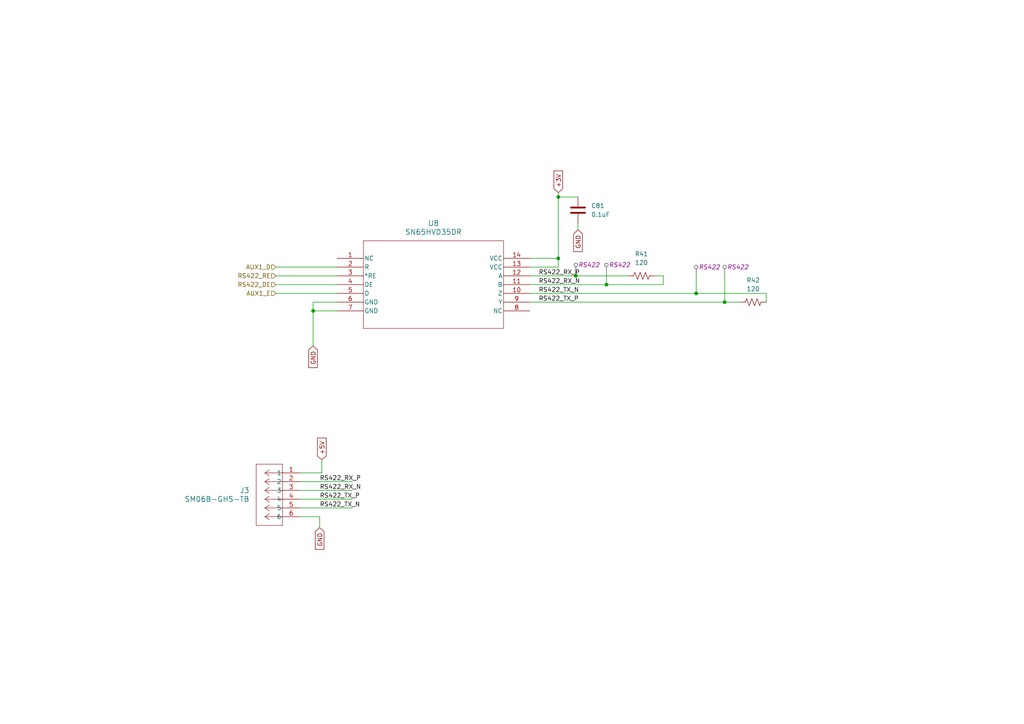
<source format=kicad_sch>
(kicad_sch
	(version 20231120)
	(generator "eeschema")
	(generator_version "8.0")
	(uuid "cdf2be94-c863-4d72-8f0b-57e0e4b084d8")
	(paper "A4")
	(lib_symbols
		(symbol "Device:C"
			(pin_numbers hide)
			(pin_names
				(offset 0.254)
			)
			(exclude_from_sim no)
			(in_bom yes)
			(on_board yes)
			(property "Reference" "C"
				(at 0.635 2.54 0)
				(effects
					(font
						(size 1.27 1.27)
					)
					(justify left)
				)
			)
			(property "Value" "C"
				(at 0.635 -2.54 0)
				(effects
					(font
						(size 1.27 1.27)
					)
					(justify left)
				)
			)
			(property "Footprint" ""
				(at 0.9652 -3.81 0)
				(effects
					(font
						(size 1.27 1.27)
					)
					(hide yes)
				)
			)
			(property "Datasheet" "~"
				(at 0 0 0)
				(effects
					(font
						(size 1.27 1.27)
					)
					(hide yes)
				)
			)
			(property "Description" "Unpolarized capacitor"
				(at 0 0 0)
				(effects
					(font
						(size 1.27 1.27)
					)
					(hide yes)
				)
			)
			(property "ki_keywords" "cap capacitor"
				(at 0 0 0)
				(effects
					(font
						(size 1.27 1.27)
					)
					(hide yes)
				)
			)
			(property "ki_fp_filters" "C_*"
				(at 0 0 0)
				(effects
					(font
						(size 1.27 1.27)
					)
					(hide yes)
				)
			)
			(symbol "C_0_1"
				(polyline
					(pts
						(xy -2.032 -0.762) (xy 2.032 -0.762)
					)
					(stroke
						(width 0.508)
						(type default)
					)
					(fill
						(type none)
					)
				)
				(polyline
					(pts
						(xy -2.032 0.762) (xy 2.032 0.762)
					)
					(stroke
						(width 0.508)
						(type default)
					)
					(fill
						(type none)
					)
				)
			)
			(symbol "C_1_1"
				(pin passive line
					(at 0 3.81 270)
					(length 2.794)
					(name "~"
						(effects
							(font
								(size 1.27 1.27)
							)
						)
					)
					(number "1"
						(effects
							(font
								(size 1.27 1.27)
							)
						)
					)
				)
				(pin passive line
					(at 0 -3.81 90)
					(length 2.794)
					(name "~"
						(effects
							(font
								(size 1.27 1.27)
							)
						)
					)
					(number "2"
						(effects
							(font
								(size 1.27 1.27)
							)
						)
					)
				)
			)
		)
		(symbol "Device:R_US"
			(pin_numbers hide)
			(pin_names
				(offset 0)
			)
			(exclude_from_sim no)
			(in_bom yes)
			(on_board yes)
			(property "Reference" "R"
				(at 2.54 0 90)
				(effects
					(font
						(size 1.27 1.27)
					)
				)
			)
			(property "Value" "R_US"
				(at -2.54 0 90)
				(effects
					(font
						(size 1.27 1.27)
					)
				)
			)
			(property "Footprint" ""
				(at 1.016 -0.254 90)
				(effects
					(font
						(size 1.27 1.27)
					)
					(hide yes)
				)
			)
			(property "Datasheet" "~"
				(at 0 0 0)
				(effects
					(font
						(size 1.27 1.27)
					)
					(hide yes)
				)
			)
			(property "Description" "Resistor, US symbol"
				(at 0 0 0)
				(effects
					(font
						(size 1.27 1.27)
					)
					(hide yes)
				)
			)
			(property "ki_keywords" "R res resistor"
				(at 0 0 0)
				(effects
					(font
						(size 1.27 1.27)
					)
					(hide yes)
				)
			)
			(property "ki_fp_filters" "R_*"
				(at 0 0 0)
				(effects
					(font
						(size 1.27 1.27)
					)
					(hide yes)
				)
			)
			(symbol "R_US_0_1"
				(polyline
					(pts
						(xy 0 -2.286) (xy 0 -2.54)
					)
					(stroke
						(width 0)
						(type default)
					)
					(fill
						(type none)
					)
				)
				(polyline
					(pts
						(xy 0 2.286) (xy 0 2.54)
					)
					(stroke
						(width 0)
						(type default)
					)
					(fill
						(type none)
					)
				)
				(polyline
					(pts
						(xy 0 -0.762) (xy 1.016 -1.143) (xy 0 -1.524) (xy -1.016 -1.905) (xy 0 -2.286)
					)
					(stroke
						(width 0)
						(type default)
					)
					(fill
						(type none)
					)
				)
				(polyline
					(pts
						(xy 0 0.762) (xy 1.016 0.381) (xy 0 0) (xy -1.016 -0.381) (xy 0 -0.762)
					)
					(stroke
						(width 0)
						(type default)
					)
					(fill
						(type none)
					)
				)
				(polyline
					(pts
						(xy 0 2.286) (xy 1.016 1.905) (xy 0 1.524) (xy -1.016 1.143) (xy 0 0.762)
					)
					(stroke
						(width 0)
						(type default)
					)
					(fill
						(type none)
					)
				)
			)
			(symbol "R_US_1_1"
				(pin passive line
					(at 0 3.81 270)
					(length 1.27)
					(name "~"
						(effects
							(font
								(size 1.27 1.27)
							)
						)
					)
					(number "1"
						(effects
							(font
								(size 1.27 1.27)
							)
						)
					)
				)
				(pin passive line
					(at 0 -3.81 90)
					(length 1.27)
					(name "~"
						(effects
							(font
								(size 1.27 1.27)
							)
						)
					)
					(number "2"
						(effects
							(font
								(size 1.27 1.27)
							)
						)
					)
				)
			)
		)
		(symbol "moteus:SM06B-GHS-TB"
			(pin_names
				(offset 0.254)
			)
			(exclude_from_sim no)
			(in_bom yes)
			(on_board yes)
			(property "Reference" "J"
				(at 8.89 6.35 0)
				(effects
					(font
						(size 1.524 1.524)
					)
				)
			)
			(property "Value" "SM06B-GHS-TB"
				(at 0 0 0)
				(effects
					(font
						(size 1.524 1.524)
					)
				)
			)
			(property "Footprint" "CONN_SM06B-GHS-TB_JST"
				(at 0 0 0)
				(effects
					(font
						(size 1.27 1.27)
						(italic yes)
					)
					(hide yes)
				)
			)
			(property "Datasheet" "SM06B-GHS-TB"
				(at 0 0 0)
				(effects
					(font
						(size 1.27 1.27)
						(italic yes)
					)
					(hide yes)
				)
			)
			(property "Description" ""
				(at 0 0 0)
				(effects
					(font
						(size 1.27 1.27)
					)
					(hide yes)
				)
			)
			(property "ki_locked" ""
				(at 0 0 0)
				(effects
					(font
						(size 1.27 1.27)
					)
				)
			)
			(property "ki_keywords" "SM06B-GHS-TB"
				(at 0 0 0)
				(effects
					(font
						(size 1.27 1.27)
					)
					(hide yes)
				)
			)
			(property "ki_fp_filters" "CONN_SM06B-GHS-TB_JST"
				(at 0 0 0)
				(effects
					(font
						(size 1.27 1.27)
					)
					(hide yes)
				)
			)
			(symbol "SM06B-GHS-TB_1_1"
				(polyline
					(pts
						(xy 5.08 -15.24) (xy 12.7 -15.24)
					)
					(stroke
						(width 0.127)
						(type default)
					)
					(fill
						(type none)
					)
				)
				(polyline
					(pts
						(xy 5.08 2.54) (xy 5.08 -15.24)
					)
					(stroke
						(width 0.127)
						(type default)
					)
					(fill
						(type none)
					)
				)
				(polyline
					(pts
						(xy 10.16 -12.7) (xy 5.08 -12.7)
					)
					(stroke
						(width 0.127)
						(type default)
					)
					(fill
						(type none)
					)
				)
				(polyline
					(pts
						(xy 10.16 -12.7) (xy 8.89 -13.5467)
					)
					(stroke
						(width 0.127)
						(type default)
					)
					(fill
						(type none)
					)
				)
				(polyline
					(pts
						(xy 10.16 -12.7) (xy 8.89 -11.8533)
					)
					(stroke
						(width 0.127)
						(type default)
					)
					(fill
						(type none)
					)
				)
				(polyline
					(pts
						(xy 10.16 -10.16) (xy 5.08 -10.16)
					)
					(stroke
						(width 0.127)
						(type default)
					)
					(fill
						(type none)
					)
				)
				(polyline
					(pts
						(xy 10.16 -10.16) (xy 8.89 -11.0067)
					)
					(stroke
						(width 0.127)
						(type default)
					)
					(fill
						(type none)
					)
				)
				(polyline
					(pts
						(xy 10.16 -10.16) (xy 8.89 -9.3133)
					)
					(stroke
						(width 0.127)
						(type default)
					)
					(fill
						(type none)
					)
				)
				(polyline
					(pts
						(xy 10.16 -7.62) (xy 5.08 -7.62)
					)
					(stroke
						(width 0.127)
						(type default)
					)
					(fill
						(type none)
					)
				)
				(polyline
					(pts
						(xy 10.16 -7.62) (xy 8.89 -8.4667)
					)
					(stroke
						(width 0.127)
						(type default)
					)
					(fill
						(type none)
					)
				)
				(polyline
					(pts
						(xy 10.16 -7.62) (xy 8.89 -6.7733)
					)
					(stroke
						(width 0.127)
						(type default)
					)
					(fill
						(type none)
					)
				)
				(polyline
					(pts
						(xy 10.16 -5.08) (xy 5.08 -5.08)
					)
					(stroke
						(width 0.127)
						(type default)
					)
					(fill
						(type none)
					)
				)
				(polyline
					(pts
						(xy 10.16 -5.08) (xy 8.89 -5.9267)
					)
					(stroke
						(width 0.127)
						(type default)
					)
					(fill
						(type none)
					)
				)
				(polyline
					(pts
						(xy 10.16 -5.08) (xy 8.89 -4.2333)
					)
					(stroke
						(width 0.127)
						(type default)
					)
					(fill
						(type none)
					)
				)
				(polyline
					(pts
						(xy 10.16 -2.54) (xy 5.08 -2.54)
					)
					(stroke
						(width 0.127)
						(type default)
					)
					(fill
						(type none)
					)
				)
				(polyline
					(pts
						(xy 10.16 -2.54) (xy 8.89 -3.3867)
					)
					(stroke
						(width 0.127)
						(type default)
					)
					(fill
						(type none)
					)
				)
				(polyline
					(pts
						(xy 10.16 -2.54) (xy 8.89 -1.6933)
					)
					(stroke
						(width 0.127)
						(type default)
					)
					(fill
						(type none)
					)
				)
				(polyline
					(pts
						(xy 10.16 0) (xy 5.08 0)
					)
					(stroke
						(width 0.127)
						(type default)
					)
					(fill
						(type none)
					)
				)
				(polyline
					(pts
						(xy 10.16 0) (xy 8.89 -0.8467)
					)
					(stroke
						(width 0.127)
						(type default)
					)
					(fill
						(type none)
					)
				)
				(polyline
					(pts
						(xy 10.16 0) (xy 8.89 0.8467)
					)
					(stroke
						(width 0.127)
						(type default)
					)
					(fill
						(type none)
					)
				)
				(polyline
					(pts
						(xy 12.7 -15.24) (xy 12.7 2.54)
					)
					(stroke
						(width 0.127)
						(type default)
					)
					(fill
						(type none)
					)
				)
				(polyline
					(pts
						(xy 12.7 2.54) (xy 5.08 2.54)
					)
					(stroke
						(width 0.127)
						(type default)
					)
					(fill
						(type none)
					)
				)
				(pin unspecified line
					(at 0 0 0)
					(length 5.08)
					(name "1"
						(effects
							(font
								(size 1.27 1.27)
							)
						)
					)
					(number "1"
						(effects
							(font
								(size 1.27 1.27)
							)
						)
					)
				)
				(pin unspecified line
					(at 0 -2.54 0)
					(length 5.08)
					(name "2"
						(effects
							(font
								(size 1.27 1.27)
							)
						)
					)
					(number "2"
						(effects
							(font
								(size 1.27 1.27)
							)
						)
					)
				)
				(pin unspecified line
					(at 0 -5.08 0)
					(length 5.08)
					(name "3"
						(effects
							(font
								(size 1.27 1.27)
							)
						)
					)
					(number "3"
						(effects
							(font
								(size 1.27 1.27)
							)
						)
					)
				)
				(pin unspecified line
					(at 0 -7.62 0)
					(length 5.08)
					(name "4"
						(effects
							(font
								(size 1.27 1.27)
							)
						)
					)
					(number "4"
						(effects
							(font
								(size 1.27 1.27)
							)
						)
					)
				)
				(pin unspecified line
					(at 0 -10.16 0)
					(length 5.08)
					(name "5"
						(effects
							(font
								(size 1.27 1.27)
							)
						)
					)
					(number "5"
						(effects
							(font
								(size 1.27 1.27)
							)
						)
					)
				)
				(pin unspecified line
					(at 0 -12.7 0)
					(length 5.08)
					(name "6"
						(effects
							(font
								(size 1.27 1.27)
							)
						)
					)
					(number "6"
						(effects
							(font
								(size 1.27 1.27)
							)
						)
					)
				)
			)
			(symbol "SM06B-GHS-TB_1_2"
				(polyline
					(pts
						(xy 5.08 -15.24) (xy 12.7 -15.24)
					)
					(stroke
						(width 0.127)
						(type default)
					)
					(fill
						(type none)
					)
				)
				(polyline
					(pts
						(xy 5.08 2.54) (xy 5.08 -15.24)
					)
					(stroke
						(width 0.127)
						(type default)
					)
					(fill
						(type none)
					)
				)
				(polyline
					(pts
						(xy 7.62 -12.7) (xy 5.08 -12.7)
					)
					(stroke
						(width 0.127)
						(type default)
					)
					(fill
						(type none)
					)
				)
				(polyline
					(pts
						(xy 7.62 -12.7) (xy 8.89 -13.5467)
					)
					(stroke
						(width 0.127)
						(type default)
					)
					(fill
						(type none)
					)
				)
				(polyline
					(pts
						(xy 7.62 -12.7) (xy 8.89 -11.8533)
					)
					(stroke
						(width 0.127)
						(type default)
					)
					(fill
						(type none)
					)
				)
				(polyline
					(pts
						(xy 7.62 -10.16) (xy 5.08 -10.16)
					)
					(stroke
						(width 0.127)
						(type default)
					)
					(fill
						(type none)
					)
				)
				(polyline
					(pts
						(xy 7.62 -10.16) (xy 8.89 -11.0067)
					)
					(stroke
						(width 0.127)
						(type default)
					)
					(fill
						(type none)
					)
				)
				(polyline
					(pts
						(xy 7.62 -10.16) (xy 8.89 -9.3133)
					)
					(stroke
						(width 0.127)
						(type default)
					)
					(fill
						(type none)
					)
				)
				(polyline
					(pts
						(xy 7.62 -7.62) (xy 5.08 -7.62)
					)
					(stroke
						(width 0.127)
						(type default)
					)
					(fill
						(type none)
					)
				)
				(polyline
					(pts
						(xy 7.62 -7.62) (xy 8.89 -8.4667)
					)
					(stroke
						(width 0.127)
						(type default)
					)
					(fill
						(type none)
					)
				)
				(polyline
					(pts
						(xy 7.62 -7.62) (xy 8.89 -6.7733)
					)
					(stroke
						(width 0.127)
						(type default)
					)
					(fill
						(type none)
					)
				)
				(polyline
					(pts
						(xy 7.62 -5.08) (xy 5.08 -5.08)
					)
					(stroke
						(width 0.127)
						(type default)
					)
					(fill
						(type none)
					)
				)
				(polyline
					(pts
						(xy 7.62 -5.08) (xy 8.89 -5.9267)
					)
					(stroke
						(width 0.127)
						(type default)
					)
					(fill
						(type none)
					)
				)
				(polyline
					(pts
						(xy 7.62 -5.08) (xy 8.89 -4.2333)
					)
					(stroke
						(width 0.127)
						(type default)
					)
					(fill
						(type none)
					)
				)
				(polyline
					(pts
						(xy 7.62 -2.54) (xy 5.08 -2.54)
					)
					(stroke
						(width 0.127)
						(type default)
					)
					(fill
						(type none)
					)
				)
				(polyline
					(pts
						(xy 7.62 -2.54) (xy 8.89 -3.3867)
					)
					(stroke
						(width 0.127)
						(type default)
					)
					(fill
						(type none)
					)
				)
				(polyline
					(pts
						(xy 7.62 -2.54) (xy 8.89 -1.6933)
					)
					(stroke
						(width 0.127)
						(type default)
					)
					(fill
						(type none)
					)
				)
				(polyline
					(pts
						(xy 7.62 0) (xy 5.08 0)
					)
					(stroke
						(width 0.127)
						(type default)
					)
					(fill
						(type none)
					)
				)
				(polyline
					(pts
						(xy 7.62 0) (xy 8.89 -0.8467)
					)
					(stroke
						(width 0.127)
						(type default)
					)
					(fill
						(type none)
					)
				)
				(polyline
					(pts
						(xy 7.62 0) (xy 8.89 0.8467)
					)
					(stroke
						(width 0.127)
						(type default)
					)
					(fill
						(type none)
					)
				)
				(polyline
					(pts
						(xy 12.7 -15.24) (xy 12.7 2.54)
					)
					(stroke
						(width 0.127)
						(type default)
					)
					(fill
						(type none)
					)
				)
				(polyline
					(pts
						(xy 12.7 2.54) (xy 5.08 2.54)
					)
					(stroke
						(width 0.127)
						(type default)
					)
					(fill
						(type none)
					)
				)
				(pin unspecified line
					(at 0 0 0)
					(length 5.08)
					(name "1"
						(effects
							(font
								(size 1.27 1.27)
							)
						)
					)
					(number "1"
						(effects
							(font
								(size 1.27 1.27)
							)
						)
					)
				)
				(pin unspecified line
					(at 0 -2.54 0)
					(length 5.08)
					(name "2"
						(effects
							(font
								(size 1.27 1.27)
							)
						)
					)
					(number "2"
						(effects
							(font
								(size 1.27 1.27)
							)
						)
					)
				)
				(pin unspecified line
					(at 0 -5.08 0)
					(length 5.08)
					(name "3"
						(effects
							(font
								(size 1.27 1.27)
							)
						)
					)
					(number "3"
						(effects
							(font
								(size 1.27 1.27)
							)
						)
					)
				)
				(pin unspecified line
					(at 0 -7.62 0)
					(length 5.08)
					(name "4"
						(effects
							(font
								(size 1.27 1.27)
							)
						)
					)
					(number "4"
						(effects
							(font
								(size 1.27 1.27)
							)
						)
					)
				)
				(pin unspecified line
					(at 0 -10.16 0)
					(length 5.08)
					(name "5"
						(effects
							(font
								(size 1.27 1.27)
							)
						)
					)
					(number "5"
						(effects
							(font
								(size 1.27 1.27)
							)
						)
					)
				)
				(pin unspecified line
					(at 0 -12.7 0)
					(length 5.08)
					(name "6"
						(effects
							(font
								(size 1.27 1.27)
							)
						)
					)
					(number "6"
						(effects
							(font
								(size 1.27 1.27)
							)
						)
					)
				)
			)
		)
		(symbol "moteus:SN65HVD35DR"
			(pin_names
				(offset 0.254)
			)
			(exclude_from_sim no)
			(in_bom yes)
			(on_board yes)
			(property "Reference" "U"
				(at 27.94 10.16 0)
				(effects
					(font
						(size 1.524 1.524)
					)
				)
			)
			(property "Value" "SN65HVD35DR"
				(at 27.94 7.62 0)
				(effects
					(font
						(size 1.524 1.524)
					)
				)
			)
			(property "Footprint" "D14"
				(at 0 0 0)
				(effects
					(font
						(size 1.27 1.27)
						(italic yes)
					)
					(hide yes)
				)
			)
			(property "Datasheet" "SN65HVD35DR"
				(at 0 0 0)
				(effects
					(font
						(size 1.27 1.27)
						(italic yes)
					)
					(hide yes)
				)
			)
			(property "Description" ""
				(at 0 0 0)
				(effects
					(font
						(size 1.27 1.27)
					)
					(hide yes)
				)
			)
			(property "ki_locked" ""
				(at 0 0 0)
				(effects
					(font
						(size 1.27 1.27)
					)
				)
			)
			(property "ki_keywords" "SN65HVD35DR"
				(at 0 0 0)
				(effects
					(font
						(size 1.27 1.27)
					)
					(hide yes)
				)
			)
			(property "ki_fp_filters" "D14 D14-M D14-L"
				(at 0 0 0)
				(effects
					(font
						(size 1.27 1.27)
					)
					(hide yes)
				)
			)
			(symbol "SN65HVD35DR_0_1"
				(polyline
					(pts
						(xy 7.62 -20.32) (xy 48.26 -20.32)
					)
					(stroke
						(width 0.127)
						(type default)
					)
					(fill
						(type none)
					)
				)
				(polyline
					(pts
						(xy 7.62 5.08) (xy 7.62 -20.32)
					)
					(stroke
						(width 0.127)
						(type default)
					)
					(fill
						(type none)
					)
				)
				(polyline
					(pts
						(xy 48.26 -20.32) (xy 48.26 5.08)
					)
					(stroke
						(width 0.127)
						(type default)
					)
					(fill
						(type none)
					)
				)
				(polyline
					(pts
						(xy 48.26 5.08) (xy 7.62 5.08)
					)
					(stroke
						(width 0.127)
						(type default)
					)
					(fill
						(type none)
					)
				)
				(pin unspecified line
					(at 0 0 0)
					(length 7.62)
					(name "NC"
						(effects
							(font
								(size 1.27 1.27)
							)
						)
					)
					(number "1"
						(effects
							(font
								(size 1.27 1.27)
							)
						)
					)
				)
				(pin output line
					(at 55.88 -10.16 180)
					(length 7.62)
					(name "Z"
						(effects
							(font
								(size 1.27 1.27)
							)
						)
					)
					(number "10"
						(effects
							(font
								(size 1.27 1.27)
							)
						)
					)
				)
				(pin output line
					(at 55.88 -7.62 180)
					(length 7.62)
					(name "B"
						(effects
							(font
								(size 1.27 1.27)
							)
						)
					)
					(number "11"
						(effects
							(font
								(size 1.27 1.27)
							)
						)
					)
				)
				(pin output line
					(at 55.88 -5.08 180)
					(length 7.62)
					(name "A"
						(effects
							(font
								(size 1.27 1.27)
							)
						)
					)
					(number "12"
						(effects
							(font
								(size 1.27 1.27)
							)
						)
					)
				)
				(pin power_in line
					(at 55.88 -2.54 180)
					(length 7.62)
					(name "VCC"
						(effects
							(font
								(size 1.27 1.27)
							)
						)
					)
					(number "13"
						(effects
							(font
								(size 1.27 1.27)
							)
						)
					)
				)
				(pin power_in line
					(at 55.88 0 180)
					(length 7.62)
					(name "VCC"
						(effects
							(font
								(size 1.27 1.27)
							)
						)
					)
					(number "14"
						(effects
							(font
								(size 1.27 1.27)
							)
						)
					)
				)
				(pin input line
					(at 0 -2.54 0)
					(length 7.62)
					(name "R"
						(effects
							(font
								(size 1.27 1.27)
							)
						)
					)
					(number "2"
						(effects
							(font
								(size 1.27 1.27)
							)
						)
					)
				)
				(pin input line
					(at 0 -5.08 0)
					(length 7.62)
					(name "*RE"
						(effects
							(font
								(size 1.27 1.27)
							)
						)
					)
					(number "3"
						(effects
							(font
								(size 1.27 1.27)
							)
						)
					)
				)
				(pin input line
					(at 0 -7.62 0)
					(length 7.62)
					(name "DE"
						(effects
							(font
								(size 1.27 1.27)
							)
						)
					)
					(number "4"
						(effects
							(font
								(size 1.27 1.27)
							)
						)
					)
				)
				(pin input line
					(at 0 -10.16 0)
					(length 7.62)
					(name "D"
						(effects
							(font
								(size 1.27 1.27)
							)
						)
					)
					(number "5"
						(effects
							(font
								(size 1.27 1.27)
							)
						)
					)
				)
				(pin power_in line
					(at 0 -12.7 0)
					(length 7.62)
					(name "GND"
						(effects
							(font
								(size 1.27 1.27)
							)
						)
					)
					(number "6"
						(effects
							(font
								(size 1.27 1.27)
							)
						)
					)
				)
				(pin power_in line
					(at 0 -15.24 0)
					(length 7.62)
					(name "GND"
						(effects
							(font
								(size 1.27 1.27)
							)
						)
					)
					(number "7"
						(effects
							(font
								(size 1.27 1.27)
							)
						)
					)
				)
				(pin unspecified line
					(at 55.88 -15.24 180)
					(length 7.62)
					(name "NC"
						(effects
							(font
								(size 1.27 1.27)
							)
						)
					)
					(number "8"
						(effects
							(font
								(size 1.27 1.27)
							)
						)
					)
				)
				(pin output line
					(at 55.88 -12.7 180)
					(length 7.62)
					(name "Y"
						(effects
							(font
								(size 1.27 1.27)
							)
						)
					)
					(number "9"
						(effects
							(font
								(size 1.27 1.27)
							)
						)
					)
				)
			)
		)
	)
	(junction
		(at 210.185 87.63)
		(diameter 0)
		(color 0 0 0 0)
		(uuid "1b916dbf-6fb7-43f7-a243-87c3a05472ad")
	)
	(junction
		(at 201.93 85.09)
		(diameter 0)
		(color 0 0 0 0)
		(uuid "4617a244-04fd-4ee3-ad8d-3618a23e07ca")
	)
	(junction
		(at 161.925 57.15)
		(diameter 0)
		(color 0 0 0 0)
		(uuid "6edc52e6-aa69-458b-af75-aa243d668c62")
	)
	(junction
		(at 175.895 82.55)
		(diameter 0)
		(color 0 0 0 0)
		(uuid "82207764-5fc9-4b5c-b9b6-6b0c74e60a17")
	)
	(junction
		(at 167.005 80.01)
		(diameter 0)
		(color 0 0 0 0)
		(uuid "889ac6dd-26b2-449e-839a-4e2687d502a6")
	)
	(junction
		(at 90.805 90.17)
		(diameter 0)
		(color 0 0 0 0)
		(uuid "a3947396-e274-4f48-8e9c-e44036f37a11")
	)
	(junction
		(at 161.925 74.93)
		(diameter 0)
		(color 0 0 0 0)
		(uuid "b964c168-4248-4a25-87cc-170c0dcd5349")
	)
	(wire
		(pts
			(xy 175.895 79.375) (xy 175.895 82.55)
		)
		(stroke
			(width 0)
			(type default)
		)
		(uuid "10517133-7d63-4b32-9854-c6af42422d86")
	)
	(wire
		(pts
			(xy 90.805 90.17) (xy 90.805 100.33)
		)
		(stroke
			(width 0)
			(type default)
		)
		(uuid "128995e1-5218-470d-afb8-03775b38f837")
	)
	(wire
		(pts
			(xy 86.995 142.24) (xy 102.235 142.24)
		)
		(stroke
			(width 0)
			(type default)
		)
		(uuid "13b4508f-a57b-450f-b59b-1cd4526b2625")
	)
	(wire
		(pts
			(xy 210.185 87.63) (xy 214.63 87.63)
		)
		(stroke
			(width 0)
			(type default)
		)
		(uuid "152d079e-6637-4c88-b048-e83590d56cf5")
	)
	(wire
		(pts
			(xy 222.25 87.63) (xy 222.25 85.09)
		)
		(stroke
			(width 0)
			(type default)
		)
		(uuid "16e2eff3-f5e6-433c-bf64-dfd377829ff4")
	)
	(wire
		(pts
			(xy 201.93 80.01) (xy 201.93 85.09)
		)
		(stroke
			(width 0)
			(type default)
		)
		(uuid "1cc8b2ad-8d19-4531-866f-5015bb3b27b8")
	)
	(wire
		(pts
			(xy 161.925 57.15) (xy 167.64 57.15)
		)
		(stroke
			(width 0)
			(type default)
		)
		(uuid "28ac418c-76a8-452a-ae06-9e9bd1ecbb54")
	)
	(wire
		(pts
			(xy 222.25 85.09) (xy 201.93 85.09)
		)
		(stroke
			(width 0)
			(type default)
		)
		(uuid "4f80b485-86bb-4ccd-9104-28c42743d72f")
	)
	(wire
		(pts
			(xy 153.67 74.93) (xy 161.925 74.93)
		)
		(stroke
			(width 0)
			(type default)
		)
		(uuid "5ea9751d-58ac-40b6-ae36-65a6d0849e5f")
	)
	(wire
		(pts
			(xy 192.405 80.01) (xy 192.405 82.55)
		)
		(stroke
			(width 0)
			(type default)
		)
		(uuid "61411221-4772-402d-be2c-7a5dd803495a")
	)
	(wire
		(pts
			(xy 92.71 149.86) (xy 92.71 153.035)
		)
		(stroke
			(width 0)
			(type default)
		)
		(uuid "6542fa39-42ac-4826-9d9e-982d91ffe3f2")
	)
	(wire
		(pts
			(xy 167.64 64.77) (xy 167.64 66.675)
		)
		(stroke
			(width 0)
			(type default)
		)
		(uuid "670b3d27-eba8-44b2-88fb-0a627ca706a7")
	)
	(wire
		(pts
			(xy 167.005 79.375) (xy 167.005 80.01)
		)
		(stroke
			(width 0)
			(type default)
		)
		(uuid "6adb0ffc-4167-4855-b9df-08248d5d8dcf")
	)
	(wire
		(pts
			(xy 93.345 137.16) (xy 93.345 133.35)
		)
		(stroke
			(width 0)
			(type default)
		)
		(uuid "708d1a65-8258-4202-87d6-b35a392aac2e")
	)
	(wire
		(pts
			(xy 97.79 90.17) (xy 90.805 90.17)
		)
		(stroke
			(width 0)
			(type default)
		)
		(uuid "7e31011d-0100-46f7-8ab3-fcc9705e048e")
	)
	(wire
		(pts
			(xy 97.79 87.63) (xy 90.805 87.63)
		)
		(stroke
			(width 0)
			(type default)
		)
		(uuid "7f1ecd02-5dac-44fe-976c-c8bce289a1ec")
	)
	(wire
		(pts
			(xy 161.925 74.93) (xy 161.925 57.15)
		)
		(stroke
			(width 0)
			(type default)
		)
		(uuid "830759a6-5556-41db-a0db-ab15ec657b5e")
	)
	(wire
		(pts
			(xy 153.67 80.01) (xy 167.005 80.01)
		)
		(stroke
			(width 0)
			(type default)
		)
		(uuid "84d5b801-d899-40ca-be8a-bf933444b666")
	)
	(wire
		(pts
			(xy 86.995 139.7) (xy 102.235 139.7)
		)
		(stroke
			(width 0)
			(type default)
		)
		(uuid "85cc5bf1-e3be-487b-903d-f718f9785a1e")
	)
	(wire
		(pts
			(xy 86.995 144.78) (xy 102.235 144.78)
		)
		(stroke
			(width 0)
			(type default)
		)
		(uuid "86335c9d-06f7-4870-8efa-ec220b6b6b95")
	)
	(wire
		(pts
			(xy 175.895 82.55) (xy 153.67 82.55)
		)
		(stroke
			(width 0)
			(type default)
		)
		(uuid "8e69d42e-28f0-4d15-8a60-efa08bff824e")
	)
	(wire
		(pts
			(xy 80.01 85.09) (xy 97.79 85.09)
		)
		(stroke
			(width 0)
			(type default)
		)
		(uuid "9644bea6-91ee-4ef0-b1f5-0ac3c86acf1b")
	)
	(wire
		(pts
			(xy 153.67 85.09) (xy 201.93 85.09)
		)
		(stroke
			(width 0)
			(type default)
		)
		(uuid "974d6f81-b676-4075-bca2-ee9a0d7e1fa9")
	)
	(wire
		(pts
			(xy 161.925 57.15) (xy 161.925 55.88)
		)
		(stroke
			(width 0)
			(type default)
		)
		(uuid "991a8e0d-0542-4fb8-b2c7-acbb8bc8b817")
	)
	(wire
		(pts
			(xy 80.01 82.55) (xy 97.79 82.55)
		)
		(stroke
			(width 0)
			(type default)
		)
		(uuid "994b8ced-5daf-4cf7-afbf-24e6d4455c7b")
	)
	(wire
		(pts
			(xy 175.895 82.55) (xy 192.405 82.55)
		)
		(stroke
			(width 0)
			(type default)
		)
		(uuid "9aa5b62b-54cd-460e-8f8e-17513e85b7bf")
	)
	(wire
		(pts
			(xy 80.01 80.01) (xy 97.79 80.01)
		)
		(stroke
			(width 0)
			(type default)
		)
		(uuid "9d625aae-a253-40e4-84b1-6698abd79996")
	)
	(wire
		(pts
			(xy 153.67 77.47) (xy 161.925 77.47)
		)
		(stroke
			(width 0)
			(type default)
		)
		(uuid "a4149161-b926-45ab-8938-b54c374e8719")
	)
	(wire
		(pts
			(xy 86.995 149.86) (xy 92.71 149.86)
		)
		(stroke
			(width 0)
			(type default)
		)
		(uuid "a9679661-96e4-417f-a30a-d1c44a448ef0")
	)
	(wire
		(pts
			(xy 86.995 137.16) (xy 93.345 137.16)
		)
		(stroke
			(width 0)
			(type default)
		)
		(uuid "b313c6d0-faad-4b16-a806-322cdc6772cd")
	)
	(wire
		(pts
			(xy 167.005 80.01) (xy 182.245 80.01)
		)
		(stroke
			(width 0)
			(type default)
		)
		(uuid "b41983a5-eb17-4a80-8b6f-e5ac77537a98")
	)
	(wire
		(pts
			(xy 90.805 87.63) (xy 90.805 90.17)
		)
		(stroke
			(width 0)
			(type default)
		)
		(uuid "b827f5cc-4aa6-4d2f-80b0-efb7087fa360")
	)
	(wire
		(pts
			(xy 86.995 147.32) (xy 102.235 147.32)
		)
		(stroke
			(width 0)
			(type default)
		)
		(uuid "c04409fa-bba9-4a11-9ef3-f3e03a353a26")
	)
	(wire
		(pts
			(xy 161.925 77.47) (xy 161.925 74.93)
		)
		(stroke
			(width 0)
			(type default)
		)
		(uuid "c930143f-6c42-49f9-8fd4-2eb457f09c5e")
	)
	(wire
		(pts
			(xy 189.865 80.01) (xy 192.405 80.01)
		)
		(stroke
			(width 0)
			(type default)
		)
		(uuid "ca56c3aa-e074-4ae3-abf7-9e05e4b1ca1e")
	)
	(wire
		(pts
			(xy 153.67 87.63) (xy 210.185 87.63)
		)
		(stroke
			(width 0)
			(type default)
		)
		(uuid "ce9a1de0-c9bb-4136-9933-1776e269118e")
	)
	(wire
		(pts
			(xy 80.01 77.47) (xy 97.79 77.47)
		)
		(stroke
			(width 0)
			(type default)
		)
		(uuid "e95b568a-b87c-4746-b7e9-080812e923b7")
	)
	(wire
		(pts
			(xy 210.185 80.01) (xy 210.185 87.63)
		)
		(stroke
			(width 0)
			(type default)
		)
		(uuid "f6aff002-26db-4792-a1e4-a31bba0d5465")
	)
	(label "RS422_RX_N"
		(at 156.21 82.55 0)
		(fields_autoplaced yes)
		(effects
			(font
				(size 1.27 1.27)
			)
			(justify left bottom)
		)
		(uuid "00152508-01a9-4671-8ce9-350a0822b403")
	)
	(label "RS422_TX_P"
		(at 156.21 87.63 0)
		(fields_autoplaced yes)
		(effects
			(font
				(size 1.27 1.27)
			)
			(justify left bottom)
		)
		(uuid "41dd22be-f473-4b97-a021-7e8e42c7321e")
	)
	(label "RS422_TX_P"
		(at 92.71 144.78 0)
		(fields_autoplaced yes)
		(effects
			(font
				(size 1.27 1.27)
			)
			(justify left bottom)
		)
		(uuid "5c02491d-6b4b-4c45-9e26-f2abc28b7fcc")
	)
	(label "RS422_RX_P"
		(at 156.21 80.01 0)
		(fields_autoplaced yes)
		(effects
			(font
				(size 1.27 1.27)
			)
			(justify left bottom)
		)
		(uuid "c9b578d0-66b7-47fa-a511-4a6a1bf507f6")
	)
	(label "RS422_TX_N"
		(at 92.71 147.32 0)
		(fields_autoplaced yes)
		(effects
			(font
				(size 1.27 1.27)
			)
			(justify left bottom)
		)
		(uuid "cc706cd4-114b-45a4-b36a-4651574c525c")
	)
	(label "RS422_RX_N"
		(at 92.71 142.24 0)
		(fields_autoplaced yes)
		(effects
			(font
				(size 1.27 1.27)
			)
			(justify left bottom)
		)
		(uuid "cc92f828-3373-44bf-ab9a-0b13909dceed")
	)
	(label "RS422_RX_P"
		(at 92.71 139.7 0)
		(fields_autoplaced yes)
		(effects
			(font
				(size 1.27 1.27)
			)
			(justify left bottom)
		)
		(uuid "d3744dd4-62cd-4e6a-8571-61c3e5ca137a")
	)
	(label "RS422_TX_N"
		(at 156.21 85.09 0)
		(fields_autoplaced yes)
		(effects
			(font
				(size 1.27 1.27)
			)
			(justify left bottom)
		)
		(uuid "f96187f9-5c76-481b-ad1b-6bd71cc8adf8")
	)
	(global_label "+5V"
		(shape input)
		(at 93.345 133.35 90)
		(fields_autoplaced yes)
		(effects
			(font
				(size 1.27 1.27)
			)
			(justify left)
		)
		(uuid "b97e1c4f-5606-4172-b83f-edb8e6f8a6c3")
		(property "Intersheetrefs" "${INTERSHEET_REFS}"
			(at 93.345 126.4943 90)
			(effects
				(font
					(size 1.27 1.27)
				)
				(justify left)
				(hide yes)
			)
		)
	)
	(global_label "+3V"
		(shape input)
		(at 161.925 55.88 90)
		(fields_autoplaced yes)
		(effects
			(font
				(size 1.27 1.27)
			)
			(justify left)
		)
		(uuid "cc9f9000-2fbe-46d5-99a8-22ddb86ffa5a")
		(property "Intersheetrefs" "${INTERSHEET_REFS}"
			(at 161.925 49.0243 90)
			(effects
				(font
					(size 1.27 1.27)
				)
				(justify left)
				(hide yes)
			)
		)
	)
	(global_label "GND"
		(shape input)
		(at 167.64 66.675 270)
		(fields_autoplaced yes)
		(effects
			(font
				(size 1.27 1.27)
			)
			(justify right)
		)
		(uuid "d4ea4569-d096-41a3-a98f-7dffcfc53113")
		(property "Intersheetrefs" "${INTERSHEET_REFS}"
			(at 167.64 73.5307 90)
			(effects
				(font
					(size 1.27 1.27)
				)
				(justify right)
				(hide yes)
			)
		)
	)
	(global_label "GND"
		(shape input)
		(at 90.805 100.33 270)
		(fields_autoplaced yes)
		(effects
			(font
				(size 1.27 1.27)
			)
			(justify right)
		)
		(uuid "e2150e47-eafa-400c-8424-d81deb78e1c9")
		(property "Intersheetrefs" "${INTERSHEET_REFS}"
			(at 90.805 107.1857 90)
			(effects
				(font
					(size 1.27 1.27)
				)
				(justify right)
				(hide yes)
			)
		)
	)
	(global_label "GND"
		(shape input)
		(at 92.71 153.035 270)
		(fields_autoplaced yes)
		(effects
			(font
				(size 1.27 1.27)
			)
			(justify right)
		)
		(uuid "eaa1d26a-2e65-414e-a597-e5baa8e042a3")
		(property "Intersheetrefs" "${INTERSHEET_REFS}"
			(at 92.71 159.8907 90)
			(effects
				(font
					(size 1.27 1.27)
				)
				(justify right)
				(hide yes)
			)
		)
	)
	(hierarchical_label "RS422_DE"
		(shape input)
		(at 80.01 82.55 180)
		(fields_autoplaced yes)
		(effects
			(font
				(size 1.27 1.27)
			)
			(justify right)
		)
		(uuid "8716bfc3-e67e-4026-9d67-e15fb5aa9cbe")
	)
	(hierarchical_label "AUX1_E"
		(shape input)
		(at 80.01 85.09 180)
		(fields_autoplaced yes)
		(effects
			(font
				(size 1.27 1.27)
			)
			(justify right)
		)
		(uuid "8a66c5b7-b875-4890-8af2-14fdf7e38c3a")
	)
	(hierarchical_label "RS422_RE"
		(shape input)
		(at 80.01 80.01 180)
		(fields_autoplaced yes)
		(effects
			(font
				(size 1.27 1.27)
			)
			(justify right)
		)
		(uuid "c336026e-f2c0-4fd3-a49e-301cb2f5768a")
	)
	(hierarchical_label "AUX1_D"
		(shape input)
		(at 80.01 77.47 180)
		(fields_autoplaced yes)
		(effects
			(font
				(size 1.27 1.27)
			)
			(justify right)
		)
		(uuid "fe07cbbf-c8ed-42a7-a614-49d608be239a")
	)
	(netclass_flag ""
		(length 2.54)
		(shape round)
		(at 175.895 79.375 0)
		(fields_autoplaced yes)
		(effects
			(font
				(size 1.27 1.27)
			)
			(justify left bottom)
		)
		(uuid "2612aba2-bab0-480c-8d7c-be68ebd212fa")
		(property "Netclass" "RS422"
			(at 176.5935 76.835 0)
			(effects
				(font
					(size 1.27 1.27)
					(italic yes)
				)
				(justify left)
			)
		)
	)
	(netclass_flag ""
		(length 2.54)
		(shape round)
		(at 167.005 79.375 0)
		(fields_autoplaced yes)
		(effects
			(font
				(size 1.27 1.27)
			)
			(justify left bottom)
		)
		(uuid "36ba2101-4c8d-4461-90ad-134bd3f4aab9")
		(property "Netclass" "RS422"
			(at 167.7035 76.835 0)
			(effects
				(font
					(size 1.27 1.27)
					(italic yes)
				)
				(justify left)
			)
		)
	)
	(netclass_flag ""
		(length 2.54)
		(shape round)
		(at 210.185 80.01 0)
		(fields_autoplaced yes)
		(effects
			(font
				(size 1.27 1.27)
			)
			(justify left bottom)
		)
		(uuid "a6945d8a-fe2f-45d0-9245-cc885f034bb9")
		(property "Netclass" "RS422"
			(at 210.8835 77.47 0)
			(effects
				(font
					(size 1.27 1.27)
					(italic yes)
				)
				(justify left)
			)
		)
	)
	(netclass_flag ""
		(length 2.54)
		(shape round)
		(at 201.93 80.01 0)
		(fields_autoplaced yes)
		(effects
			(font
				(size 1.27 1.27)
			)
			(justify left bottom)
		)
		(uuid "e4df94a6-1507-4f9c-80d2-5cf94cdb95ee")
		(property "Netclass" "RS422"
			(at 202.6285 77.47 0)
			(effects
				(font
					(size 1.27 1.27)
					(italic yes)
				)
				(justify left)
			)
		)
	)
	(symbol
		(lib_id "moteus:SN65HVD35DR")
		(at 97.79 74.93 0)
		(unit 1)
		(exclude_from_sim no)
		(in_bom yes)
		(on_board yes)
		(dnp no)
		(fields_autoplaced yes)
		(uuid "59b65381-83a5-4369-95fc-91877cb92251")
		(property "Reference" "U8"
			(at 125.73 64.77 0)
			(effects
				(font
					(size 1.524 1.524)
				)
			)
		)
		(property "Value" "SN65HVD35DR"
			(at 125.73 67.31 0)
			(effects
				(font
					(size 1.524 1.524)
				)
			)
		)
		(property "Footprint" "moteus:D14"
			(at 97.79 74.93 0)
			(effects
				(font
					(size 1.27 1.27)
					(italic yes)
				)
				(hide yes)
			)
		)
		(property "Datasheet" "SN65HVD35DR"
			(at 97.79 74.93 0)
			(effects
				(font
					(size 1.27 1.27)
					(italic yes)
				)
				(hide yes)
			)
		)
		(property "Description" ""
			(at 97.79 74.93 0)
			(effects
				(font
					(size 1.27 1.27)
				)
				(hide yes)
			)
		)
		(property "MPN" "SN65HVD35DR"
			(at 97.79 74.93 0)
			(effects
				(font
					(size 1.27 1.27)
				)
				(hide yes)
			)
		)
		(property "MF" "TI"
			(at 97.79 74.93 0)
			(effects
				(font
					(size 1.27 1.27)
				)
				(hide yes)
			)
		)
		(property "POPULATE" "1"
			(at 97.79 74.93 0)
			(effects
				(font
					(size 1.27 1.27)
				)
				(hide yes)
			)
		)
		(pin "6"
			(uuid "41a39fda-5f01-4090-89f1-0ca6e013908d")
		)
		(pin "9"
			(uuid "58b6b7ac-3e20-4de5-9913-39ea06c62e42")
		)
		(pin "7"
			(uuid "5d008e1b-0aec-4177-ad7d-c2df983dab07")
		)
		(pin "12"
			(uuid "ce1adeb2-6cef-4fbb-a7c7-75cd77535f52")
		)
		(pin "4"
			(uuid "c81aa176-a9c4-406c-857a-981575529776")
		)
		(pin "5"
			(uuid "2a934096-cf70-481f-a07e-0f237ef3f725")
		)
		(pin "10"
			(uuid "3ee9be4a-51c8-4e0b-9f44-5802a7027b85")
		)
		(pin "3"
			(uuid "c39e9bcf-cc82-433b-9c69-38b86323e048")
		)
		(pin "11"
			(uuid "5f1251d5-7446-409b-9a8c-c34d331dbeb0")
		)
		(pin "1"
			(uuid "49a77796-0233-4032-92f9-00dc2a122b11")
		)
		(pin "13"
			(uuid "b0c253b8-904c-4002-9a04-6e2d82fa589c")
		)
		(pin "14"
			(uuid "c83c8e91-7213-4ff1-afce-74dfa02a46dc")
		)
		(pin "2"
			(uuid "0a5ec99a-00ee-4b84-bce0-d8b06574fd57")
		)
		(pin "8"
			(uuid "645fc0d9-1016-4b61-a1f0-ac3e8c1669b0")
		)
		(instances
			(project "moteus_x1"
				(path "/bd70986b-b0dc-4add-82aa-78459b97d0c4/8edbb808-061d-4e21-8743-462f7ee65158"
					(reference "U8")
					(unit 1)
				)
			)
		)
	)
	(symbol
		(lib_id "Device:R_US")
		(at 218.44 87.63 90)
		(unit 1)
		(exclude_from_sim no)
		(in_bom yes)
		(on_board yes)
		(dnp no)
		(fields_autoplaced yes)
		(uuid "770482bc-6cb1-446f-be6e-54cbc6e89fe4")
		(property "Reference" "R42"
			(at 218.44 81.28 90)
			(effects
				(font
					(size 1.27 1.27)
				)
			)
		)
		(property "Value" "120"
			(at 218.44 83.82 90)
			(effects
				(font
					(size 1.27 1.27)
				)
			)
		)
		(property "Footprint" "Resistor_SMD:R_0402_1005Metric"
			(at 218.694 86.614 90)
			(effects
				(font
					(size 1.27 1.27)
				)
				(hide yes)
			)
		)
		(property "Datasheet" "~"
			(at 218.44 87.63 0)
			(effects
				(font
					(size 1.27 1.27)
				)
				(hide yes)
			)
		)
		(property "Description" ""
			(at 218.44 87.63 0)
			(effects
				(font
					(size 1.27 1.27)
				)
				(hide yes)
			)
		)
		(property "MPN" "RC0402FR-07120RL"
			(at 218.44 87.63 90)
			(effects
				(font
					(size 1.27 1.27)
				)
				(hide yes)
			)
		)
		(property "POPULATE" "1"
			(at 218.44 87.63 90)
			(effects
				(font
					(size 1.27 1.27)
				)
				(hide yes)
			)
		)
		(property "MF" "YAGEO"
			(at 218.44 87.63 90)
			(effects
				(font
					(size 1.27 1.27)
				)
				(hide yes)
			)
		)
		(pin "1"
			(uuid "2a56f73f-8c1b-4ae3-9008-bfec7dbd966d")
		)
		(pin "2"
			(uuid "8cc3ecd7-dba5-4e01-b960-f95b06adaae7")
		)
		(instances
			(project "moteus_x1"
				(path "/bd70986b-b0dc-4add-82aa-78459b97d0c4/8edbb808-061d-4e21-8743-462f7ee65158"
					(reference "R42")
					(unit 1)
				)
			)
		)
	)
	(symbol
		(lib_id "Device:C")
		(at 167.64 60.96 0)
		(unit 1)
		(exclude_from_sim no)
		(in_bom yes)
		(on_board yes)
		(dnp no)
		(fields_autoplaced yes)
		(uuid "93ef3dc6-cb0d-4173-a8d5-2f2feff0e342")
		(property "Reference" "C81"
			(at 171.45 59.69 0)
			(effects
				(font
					(size 1.27 1.27)
				)
				(justify left)
			)
		)
		(property "Value" "0.1uF"
			(at 171.45 62.23 0)
			(effects
				(font
					(size 1.27 1.27)
				)
				(justify left)
			)
		)
		(property "Footprint" "Capacitor_SMD:C_0402_1005Metric"
			(at 168.6052 64.77 0)
			(effects
				(font
					(size 1.27 1.27)
				)
				(hide yes)
			)
		)
		(property "Datasheet" "~"
			(at 167.64 60.96 0)
			(effects
				(font
					(size 1.27 1.27)
				)
				(hide yes)
			)
		)
		(property "Description" ""
			(at 167.64 60.96 0)
			(effects
				(font
					(size 1.27 1.27)
				)
				(hide yes)
			)
		)
		(property "MPN" "MF-CAP-0402-0.1uF"
			(at 167.64 60.96 0)
			(effects
				(font
					(size 1.27 1.27)
				)
				(hide yes)
			)
		)
		(property "POPULATE" "1"
			(at 167.64 60.96 0)
			(effects
				(font
					(size 1.27 1.27)
				)
				(hide yes)
			)
		)
		(pin "1"
			(uuid "2dfe8add-1646-4f7a-81d3-c20e02f78c46")
		)
		(pin "2"
			(uuid "49ee365b-2e58-4a69-b55a-a9d7ae040fef")
		)
		(instances
			(project "moteus_x1"
				(path "/bd70986b-b0dc-4add-82aa-78459b97d0c4/8edbb808-061d-4e21-8743-462f7ee65158"
					(reference "C81")
					(unit 1)
				)
			)
		)
	)
	(symbol
		(lib_id "Device:R_US")
		(at 186.055 80.01 90)
		(unit 1)
		(exclude_from_sim no)
		(in_bom yes)
		(on_board yes)
		(dnp no)
		(uuid "f2a59ea5-1dbc-4ccf-be57-872f3092a237")
		(property "Reference" "R41"
			(at 186.055 73.66 90)
			(effects
				(font
					(size 1.27 1.27)
				)
			)
		)
		(property "Value" "120"
			(at 186.055 76.2 90)
			(effects
				(font
					(size 1.27 1.27)
				)
			)
		)
		(property "Footprint" "Resistor_SMD:R_0402_1005Metric"
			(at 186.309 78.994 90)
			(effects
				(font
					(size 1.27 1.27)
				)
				(hide yes)
			)
		)
		(property "Datasheet" "~"
			(at 186.055 80.01 0)
			(effects
				(font
					(size 1.27 1.27)
				)
				(hide yes)
			)
		)
		(property "Description" ""
			(at 186.055 80.01 0)
			(effects
				(font
					(size 1.27 1.27)
				)
				(hide yes)
			)
		)
		(property "MPN" "RC0402FR-07120RL"
			(at 186.055 80.01 90)
			(effects
				(font
					(size 1.27 1.27)
				)
				(hide yes)
			)
		)
		(property "POPULATE" "1"
			(at 186.055 80.01 90)
			(effects
				(font
					(size 1.27 1.27)
				)
				(hide yes)
			)
		)
		(property "MF" "YAGEO"
			(at 186.055 80.01 90)
			(effects
				(font
					(size 1.27 1.27)
				)
				(hide yes)
			)
		)
		(pin "1"
			(uuid "74e43b24-53b5-4587-945d-d8a5374e2a69")
		)
		(pin "2"
			(uuid "35901c66-eeea-4d4a-856e-7c6a3c539f77")
		)
		(instances
			(project "moteus_x1"
				(path "/bd70986b-b0dc-4add-82aa-78459b97d0c4/8edbb808-061d-4e21-8743-462f7ee65158"
					(reference "R41")
					(unit 1)
				)
			)
		)
	)
	(symbol
		(lib_id "moteus:SM06B-GHS-TB")
		(at 86.995 137.16 0)
		(mirror y)
		(unit 1)
		(exclude_from_sim no)
		(in_bom yes)
		(on_board yes)
		(dnp no)
		(uuid "f3892e74-4d33-4193-a1d1-60bb9ddf67d8")
		(property "Reference" "J3"
			(at 72.39 142.24 0)
			(effects
				(font
					(size 1.524 1.524)
				)
				(justify left)
			)
		)
		(property "Value" "SM06B-GHS-TB"
			(at 72.39 144.78 0)
			(effects
				(font
					(size 1.524 1.524)
				)
				(justify left)
			)
		)
		(property "Footprint" "moteus:CONN_SM06B-GHS-TB_JST"
			(at 86.995 137.16 0)
			(effects
				(font
					(size 1.27 1.27)
					(italic yes)
				)
				(hide yes)
			)
		)
		(property "Datasheet" "SM06B-GHS-TB"
			(at 86.995 137.16 0)
			(effects
				(font
					(size 1.27 1.27)
					(italic yes)
				)
				(hide yes)
			)
		)
		(property "Description" ""
			(at 86.995 137.16 0)
			(effects
				(font
					(size 1.27 1.27)
				)
				(hide yes)
			)
		)
		(property "MPN" "SM06B-GHS-TB(LF)(SN)"
			(at 86.995 137.16 0)
			(effects
				(font
					(size 1.27 1.27)
				)
				(hide yes)
			)
		)
		(property "MF" "JST"
			(at 86.995 137.16 0)
			(effects
				(font
					(size 1.27 1.27)
				)
				(hide yes)
			)
		)
		(property "POPULATE" "1"
			(at 86.995 137.16 0)
			(effects
				(font
					(size 1.27 1.27)
				)
				(hide yes)
			)
		)
		(pin "2"
			(uuid "2775b455-bd5c-4c84-bfc7-7651e9ca14cd")
		)
		(pin "3"
			(uuid "44315694-94dc-41e5-8993-47b90f0fbcd1")
		)
		(pin "6"
			(uuid "952f8219-9209-4d02-b324-33af333e89be")
		)
		(pin "4"
			(uuid "8fcde887-43f5-4edd-a684-dfb69e2b73d7")
		)
		(pin "1"
			(uuid "f03d46b5-6e35-41ba-9919-24405ec25a24")
		)
		(pin "5"
			(uuid "a580a5ae-79c0-4217-88d8-a18e3c3d5fa5")
		)
		(instances
			(project "moteus_x1"
				(path "/bd70986b-b0dc-4add-82aa-78459b97d0c4/8edbb808-061d-4e21-8743-462f7ee65158"
					(reference "J3")
					(unit 1)
				)
			)
		)
	)
)

</source>
